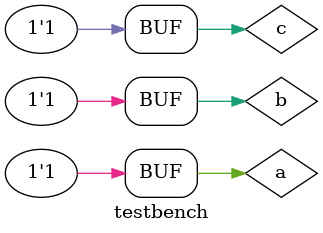
<source format=v>
module onebitfulladder_gate(a,b,c,c_out,sum);
    input a, b, c;
    output c_out,sum;
    wire xor1, xor2, and1, and2, or1;
    xor x1(xor1,a,b);
    xor x2(sum,c,xor1);
    and a1(and1,a,b);
    and a2(and2,xor1,c);
    or o(c_out,and1,and2);
endmodule

module testbench;
    reg a, b, c;
    wire c_out, sum;
    onebitfulladder_gate adder(a,b,c,c_out,sum);
    initial
        begin
            $monitor(,$time,"a=%1b, b=%1b, c=%1b, c_out=%1b, sum=%1b, ",a,b,c,c_out,sum);
            #0 a=1'b0; b=1'b0; c=1'b0;
            #5 a=1'b0; b=1'b0; c=1'b1;
            #5 a=1'b0; b=1'b1; c=1'b0;
            #5 a=1'b0; b=1'b1; c=1'b1;
            #5 a=1'b1; b=1'b0; c=1'b0;
            #5 a=1'b1; b=1'b0; c=1'b1;
            #5 a=1'b1; b=1'b1; c=1'b0;
            #5 a=1'b1; b=1'b1; c=1'b1;
        end
endmodule

</source>
